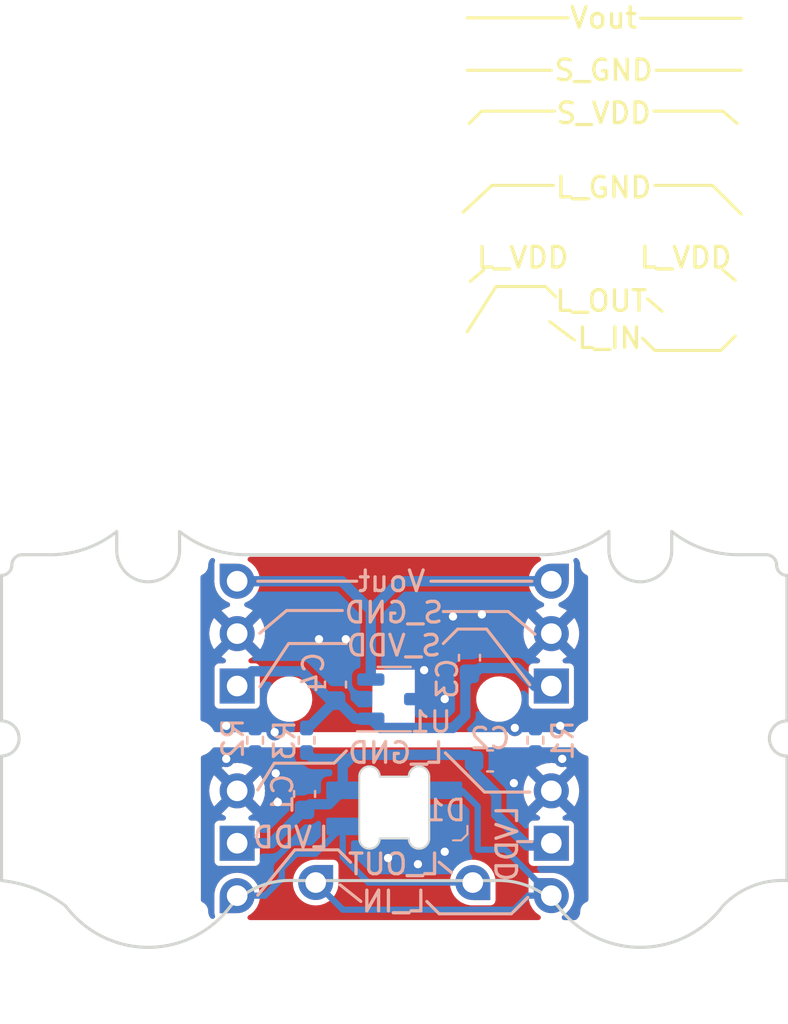
<source format=kicad_pcb>
(kicad_pcb (version 20221018) (generator pcbnew)
  (layers (0 "F.Cu" power) (31 "B.Cu" mixed) (34 "B.Paste" user) (35 "F.Paste" user) (36 "B.SilkS" user "B.Silkscreen") (37 "F.SilkS" user "F.Silkscreen") (38 "B.Mask" user) (39 "F.Mask" user) (44 "Edge.Cuts" user))
  (net 0 "")
  (net 1 "GNDA")
  (net 2 "VDDA")
  (net 3 "GNDD")
  (net 4 "VDD")
  (net 5 "LED_IN")
  (net 6 "LED_OUT")
  (net 7 "Vout")
  (footprint "Button_Switch_Keyboard:SW_Lekker_MX_1.00u_PCB" (layer "F.Cu") (at 99.06 127 180)
    (fp_text reference "SW" hide)
    (fp_text value "SW_Lekker_MX_1.00u_PCB" hide)
    (pad "" np_thru_hole circle (at -5.08 0 180) (size 1.7 1.7) (drill 1.7) (layers "*.Cu" "*.Mask"))
    (pad "" np_thru_hole circle (at 5.08 0 180) (size 1.7 1.7) (drill 1.7) (layers "*.Cu" "*.Mask"))
  )
  (footprint "" (layer "F.Cu") (at 110.998 135.255)
    (fp_text reference "" (at 0 -0.225) (layer "F.SilkS") (effects (font (size 1.27 1.27))))
    (fp_text value "" (at 0 -0.225) (layer "F.SilkS") (effects (font (size 1.27 1.27))))
    (pad "" np_thru_hole circle (at 0 0) (size 3.9878 3.9878) (drill 3.9878) (layers "*.Cu" "*.Mask"))
  )
  (footprint "" (layer "F.Cu") (at 87.122 135.255)
    (fp_text reference "" (at 0 -0.225) (layer "F.SilkS") (effects (font (size 1.27 1.27))))
    (fp_text value "" (at 0 -0.225) (layer "F.SilkS") (effects (font (size 1.27 1.27))))
    (pad "" np_thru_hole circle (at 0 0) (size 3.9878 3.9878) (drill 3.9878) (layers "*.Cu" "*.Mask"))
  )
  (footprint "Resistor_SMD:R_0402_1005Metric_Pad0.72x0.64mm_HandSolder" (layer "B.Cu") (at 92.31 128.995 90)
    (fp_text reference "R2" (at 0.1 -1.07 270) (layer "B.SilkS") (effects (justify mirror)))
    (fp_text value "R")
    (fp_line (start -0.167621 -0.38) (end 0.167621 -0.38) (stroke (width 0.12)) (layer "B.SilkS"))
    (fp_line (start -0.167621 0.38) (end 0.167621 0.38) (stroke (width 0.12)) (layer "B.SilkS"))
    (pad "1" smd roundrect (at -0.5975 0 90) (size 0.715 0.64) (layers "B.Cu" "B.Paste" "B.Mask") (net 3 "GNDD"))
    (pad "2" smd roundrect (at 0.5975 0 90) (size 0.715 0.64) (layers "B.Cu" "B.Paste" "B.Mask") (net 1 "GNDA"))
  )
  (footprint "Connector_PinHeader_2.54mm:PinHeader_1x01_P2.54mm_Vertical" (layer "B.Cu") (at 106.68 121.285 90)
    (fp_text reference "J9" hide)
    (fp_text value "Conn_01x01_Pin")
    (pad "1" thru_hole custom (at 0 0 90) (size 1.7 1.7) (drill 1) (layers "*.Cu" "*.Mask") (net 7 "Vout") (options (clearance outline) (anchor circle)) (primitives (gr_poly (pts (xy 0.85 0) (xy 0 0.85) (xy 0.85 0.85)) (width 0) (fill yes))))
  )
  (footprint "Connector_PinHeader_2.54mm:PinHeader_1x01_P2.54mm_Vertical" (layer "B.Cu") (at 106.68 126.365 180)
    (fp_text reference "J6" hide)
    (fp_text value "Conn_01x01_Pin")
    (pad "1" thru_hole rect (at 0 0 180) (size 1.7 1.7) (drill 1) (layers "*.Cu" "*.Mask") (net 2 "VDDA"))
  )
  (footprint "Connector_PinHeader_2.54mm:PinHeader_1x01_P2.54mm_Vertical" (layer "B.Cu") (at 91.44 133.985 180)
    (fp_text reference "J2" hide)
    (fp_text value "Conn_01x01_Pin")
    (pad "1" thru_hole rect (at 0 0 180) (size 1.7 1.7) (drill 1) (layers "*.Cu" "*.Mask") (net 4 "VDD"))
  )
  (footprint "Resistor_SMD:R_0402_1005Metric_Pad0.72x0.64mm_HandSolder" (layer "B.Cu") (at 105.91 128.995 90)
    (fp_text reference "R1" (at 0 1.33 270) (layer "B.SilkS") (effects (justify mirror)))
    (fp_text value "R")
    (fp_line (start -0.167621 -0.38) (end 0.167621 -0.38) (stroke (width 0.12)) (layer "B.SilkS"))
    (fp_line (start -0.167621 0.38) (end 0.167621 0.38) (stroke (width 0.12)) (layer "B.SilkS"))
    (pad "1" smd roundrect (at -0.5975 0 90) (size 0.715 0.64) (layers "B.Cu" "B.Paste" "B.Mask") (net 3 "GNDD"))
    (pad "2" smd roundrect (at 0.5975 0 90) (size 0.715 0.64) (layers "B.Cu" "B.Paste" "B.Mask") (net 1 "GNDA"))
  )
  (footprint "Resistor_SMD:R_0402_1005Metric_Pad0.72x0.64mm_HandSolder" (layer "B.Cu") (at 94.81 128.995 90)
    (fp_text reference "R3" (at 0 -1.07 90) (layer "B.SilkS") (effects (justify mirror)))
    (fp_text value "R")
    (fp_line (start -0.167621 -0.38) (end 0.167621 -0.38) (stroke (width 0.12)) (layer "B.SilkS"))
    (fp_line (start -0.167621 0.38) (end 0.167621 0.38) (stroke (width 0.12)) (layer "B.SilkS"))
    (pad "1" smd roundrect (at -0.5975 0 90) (size 0.715 0.64) (layers "B.Cu" "B.Paste" "B.Mask") (net 4 "VDD"))
    (pad "2" smd roundrect (at 0.5975 0 90) (size 0.715 0.64) (layers "B.Cu" "B.Paste" "B.Mask") (net 2 "VDDA"))
  )
  (footprint "Connector_PinHeader_2.54mm:PinHeader_1x01_P2.54mm_Vertical" (layer "B.Cu") (at 91.44 131.445 180)
    (fp_text reference "J8" hide)
    (fp_text value "Conn_01x01_Pin")
    (pad "1" thru_hole circle (at 0 0 180) (size 1.7 1.7) (drill 1) (layers "*.Cu" "*.Mask") (net 3 "GNDD"))
  )
  (footprint "Connector_PinHeader_2.54mm:PinHeader_1x01_P2.54mm_Vertical" (layer "B.Cu") (at 91.44 136.525 90)
    (fp_text reference "J12" hide)
    (fp_text value "Conn_01x01_Pin")
    (pad "1" thru_hole custom (at 0 0 90) (size 1.7 1.7) (drill 1) (layers "*.Cu" "*.Mask") (net 6 "LED_OUT") (options (clearance outline) (anchor circle)) (primitives (gr_poly (pts (xy -0.85 0) (xy 0 -0.85) (xy -0.85 -0.85)) (width 0) (fill yes))))
  )
  (footprint "Capacitor_SMD:C_0603_1608Metric" (layer "B.Cu") (at 102.71 124.995 -90)
    (fp_text reference "C3" (at 1.01 1.07 90) (layer "B.SilkS") (effects (justify mirror)))
    (fp_text value "10u")
    (fp_line (start -0.14058 -0.51) (end 0.14058 -0.51) (stroke (width 0.12)) (layer "B.SilkS"))
    (fp_line (start -0.14058 0.51) (end 0.14058 0.51) (stroke (width 0.12)) (layer "B.SilkS"))
    (pad "1" smd roundrect (at -0.775 0 270) (size 0.9 0.95) (layers "B.Cu" "B.Paste" "B.Mask") (net 1 "GNDA"))
    (pad "2" smd roundrect (at 0.775 0 270) (size 0.9 0.95) (layers "B.Cu" "B.Paste" "B.Mask") (net 2 "VDDA"))
  )
  (footprint "Connector_PinHeader_2.54mm:PinHeader_1x01_P2.54mm_Vertical" (layer "B.Cu") (at 91.44 123.825 180)
    (fp_text reference "J3" hide)
    (fp_text value "Conn_01x01_Pin")
    (pad "1" thru_hole circle (at 0 0 180) (size 1.7 1.7) (drill 1) (layers "*.Cu" "*.Mask") (net 1 "GNDA"))
  )
  (footprint "Connector_PinHeader_2.54mm:PinHeader_1x01_P2.54mm_Vertical" (layer "B.Cu") (at 91.44 126.365 180)
    (fp_text reference "J5" hide)
    (fp_text value "Conn_01x01_Pin")
    (pad "1" thru_hole rect (at 0 0 180) (size 1.7 1.7) (drill 1) (layers "*.Cu" "*.Mask") (net 2 "VDDA"))
  )
  (footprint "Connector_PinHeader_2.54mm:PinHeader_1x01_P2.54mm_Vertical" (layer "B.Cu") (at 106.68 133.985 180)
    (fp_text reference "J1" hide)
    (fp_text value "Conn_01x01_Pin")
    (pad "1" thru_hole rect (at 0 0 180) (size 1.7 1.7) (drill 1) (layers "*.Cu" "*.Mask") (net 4 "VDD"))
  )
  (footprint "prettylib:SK6812_mini_e_flipable" (layer "B.Cu") (at 99.06 132.294567)
    (fp_text reference "D1" (at 2.5 0.1) (layer "B.SilkS") (effects (justify mirror)))
    (fp_text value "SK6812MINI-E")
    (fp_line (start 3.25 1.55) (end 2.85 1.55) (stroke (width 0.1)) (layer "B.SilkS"))
    (fp_line (start 3.25 1.55) (end 3.55 1.25) (stroke (width 0.1)) (layer "B.SilkS"))
    (fp_line (start 3.55 1.25) (end 3.55 0.85) (stroke (width 0.1)) (layer "B.SilkS"))
    (fp_line (start -1.7 1.46) (end -1.7 -1.54) (stroke (width 0.1)) (layer "Edge.Cuts"))
    (fp_line (start -0.7 -1.54) (end 0.7 -1.54) (stroke (width 0.1)) (layer "Edge.Cuts"))
    (fp_line (start -0.7 1.46) (end 0.7 1.46) (stroke (width 0.1)) (layer "Edge.Cuts"))
    (fp_line (start 1.7 -1.54) (end 1.7 1.46) (stroke (width 0.1)) (layer "Edge.Cuts"))
    (fp_arc (start -1.7 -1.54) (mid -1.2 -2.04) (end -0.7 -1.54) (stroke (width 0.1)) (layer "Edge.Cuts"))
    (fp_arc (start -0.7 1.46) (mid -1.2 1.96) (end -1.7 1.46) (stroke (width 0.1)) (layer "Edge.Cuts"))
    (fp_arc (start 0.7 -1.54) (mid 1.2 -2.04) (end 1.7 -1.54) (stroke (width 0.1)) (layer "Edge.Cuts"))
    (fp_arc (start 1.7 1.46) (mid 1.2 1.96) (end 0.7 1.46) (stroke (width 0.1)) (layer "Edge.Cuts"))
    (pad "1" smd roundrect (at -2.5 -0.875) (size 1.6 0.85) (layers "B.Cu" "B.Paste" "B.Mask") (roundrect_rratio 0.1176470588) (net 4 "VDD"))
    (pad "2" smd roundrect (at -2.5 0.875 180) (size 1.6 0.85) (layers "B.Cu" "B.Paste" "B.Mask") (roundrect_rratio 0.1176470588) (net 6 "LED_OUT"))
    (pad "3" smd roundrect (at 2.5 0.875 180) (size 1.6 0.85) (layers "B.Cu" "B.Paste" "B.Mask") (roundrect_rratio 0.1176470588) (net 3 "GNDD"))
    (pad "4" smd roundrect (at 2.5 -0.875) (size 1.6 0.85) (layers "B.Cu" "B.Paste" "B.Mask") (roundrect_rratio 0.1176470588) (net 5 "LED_IN"))
  )
  (footprint "Package_TO_SOT_SMD:SOT-23-3" (layer "B.Cu") (at 99.06 127)
    (fp_text reference "U1" (at 1.78 1.105) (layer "B.SilkS") (effects (justify mirror)))
    (fp_text value "SLSS49E")
    (fp_line (start 0 -1.56) (end -0.8 -1.56) (stroke (width 0.12)) (layer "B.SilkS"))
    (fp_line (start 0 -1.56) (end 0.8 -1.56) (stroke (width 0.12)) (layer "B.SilkS"))
    (fp_line (start 0 1.56) (end -1.8 1.56) (stroke (width 0.12)) (layer "B.SilkS"))
    (fp_line (start 0 1.56) (end 0.8 1.56) (stroke (width 0.12)) (layer "B.SilkS"))
    (pad "1" smd roundrect (at -1.1375 0.95) (size 1.325 0.6) (layers "B.Cu" "B.Paste" "B.Mask") (net 2 "VDDA"))
    (pad "2" smd roundrect (at -1.1375 -0.95) (size 1.325 0.6) (layers "B.Cu" "B.Paste" "B.Mask") (net 7 "Vout"))
    (pad "3" smd roundrect (at 1.1375 0) (size 1.325 0.6) (layers "B.Cu" "B.Paste" "B.Mask") (net 1 "GNDA"))
  )
  (footprint "Connector_PinHeader_2.54mm:PinHeader_1x01_P2.54mm_Vertical" (layer "B.Cu") (at 91.44 121.285 180)
    (fp_text reference "J10" hide)
    (fp_text value "Conn_01x01_Pin")
    (pad "1" thru_hole custom (at 0 0 180) (size 1.7 1.7) (drill 1) (layers "*.Cu" "*.Mask") (net 7 "Vout") (options (clearance outline) (anchor circle)) (primitives (gr_poly (pts (xy 0.85 0) (xy 0 0.85) (xy 0.85 0.85)) (width 0) (fill yes))))
  )
  (footprint "Connector_PinHeader_2.54mm:PinHeader_1x01_P2.54mm_Vertical" (layer "B.Cu") (at 106.68 131.445 180)
    (fp_text reference "J7" hide)
    (fp_text value "Conn_01x01_Pin")
    (pad "1" thru_hole circle (at 0 0 180) (size 1.7 1.7) (drill 1) (layers "*.Cu" "*.Mask") (net 3 "GNDD"))
  )
  (footprint "Connector_PinHeader_2.54mm:PinHeader_1x01_P2.54mm_Vertical" (layer "B.Cu") (at 106.68 136.525 180)
    (fp_text reference "J14" hide)
    (fp_text value "Conn_01x01_Pin")
    (pad "1" thru_hole custom (at 0 0 180) (size 1.7 1.7) (drill 1) (layers "*.Cu" "*.Mask") (net 5 "LED_IN") (options (clearance outline) (anchor circle)) (primitives (gr_poly (pts (xy 0.85 0) (xy 0 0.85) (xy 0.85 0.85)) (width 0) (fill yes))))
  )
  (footprint "Connector_PinHeader_2.54mm:PinHeader_1x01_P2.54mm_Vertical" (layer "B.Cu") (at 102.87 135.89)
    (fp_text reference "J11" hide)
    (fp_text value "Conn_01x01_Pin")
    (pad "1" thru_hole custom (at 0 0) (size 1.7 1.7) (drill 1) (layers "*.Cu" "*.Mask") (net 6 "LED_OUT") (options (clearance outline) (anchor circle)) (primitives (gr_poly (pts (xy 0.85 0) (xy 0 0.85) (xy 0.85 0.85)) (width 0) (fill yes))))
  )
  (footprint "Capacitor_SMD:C_0603_1608Metric" (layer "B.Cu") (at 103.71 129.995 180)
    (fp_text reference "C2" (at 0 1.09) (layer "B.SilkS") (effects (justify mirror)))
    (fp_text value "10u")
    (fp_line (start -0.14058 -0.51) (end 0.14058 -0.51) (stroke (width 0.12)) (layer "B.SilkS"))
    (fp_line (start -0.14058 0.51) (end 0.14058 0.51) (stroke (width 0.12)) (layer "B.SilkS"))
    (pad "1" smd roundrect (at -0.775 0 180) (size 0.9 0.95) (layers "B.Cu" "B.Paste" "B.Mask") (net 3 "GNDD"))
    (pad "2" smd roundrect (at 0.775 0 180) (size 0.9 0.95) (layers "B.Cu" "B.Paste" "B.Mask") (net 4 "VDD"))
  )
  (footprint "Capacitor_SMD:C_0603_1608Metric" (layer "B.Cu") (at 96.21 126.295 -90)
    (fp_text reference "C4" (at -0.59 1.07 90) (layer "B.SilkS") (effects (justify mirror)))
    (fp_text value "100n")
    (fp_line (start -0.14058 -0.51) (end 0.14058 -0.51) (stroke (width 0.12)) (layer "B.SilkS"))
    (fp_line (start -0.14058 0.51) (end 0.14058 0.51) (stroke (width 0.12)) (layer "B.SilkS"))
    (pad "1" smd roundrect (at -0.775 0 270) (size 0.9 0.95) (layers "B.Cu" "B.Paste" "B.Mask") (net 1 "GNDA"))
    (pad "2" smd roundrect (at 0.775 0 270) (size 0.9 0.95) (layers "B.Cu" "B.Paste" "B.Mask") (net 2 "VDDA"))
  )
  (footprint "Capacitor_SMD:C_0603_1608Metric" (layer "B.Cu") (at 94.71 131.595 -90)
    (fp_text reference "C1" (at 0.01 1.07 90) (layer "B.SilkS") (effects (justify mirror)))
    (fp_text value "100n")
    (fp_line (start -0.14058 -0.51) (end 0.14058 -0.51) (stroke (width 0.12)) (layer "B.SilkS"))
    (fp_line (start -0.14058 0.51) (end 0.14058 0.51) (stroke (width 0.12)) (layer "B.SilkS"))
    (pad "1" smd roundrect (at -0.775 0 270) (size 0.9 0.95) (layers "B.Cu" "B.Paste" "B.Mask") (net 3 "GNDD"))
    (pad "2" smd roundrect (at 0.775 0 270) (size 0.9 0.95) (layers "B.Cu" "B.Paste" "B.Mask") (net 4 "VDD"))
  )
  (footprint "Connector_PinHeader_2.54mm:PinHeader_1x01_P2.54mm_Vertical" (layer "B.Cu") (at 95.25 135.89 180)
    (fp_text reference "J13" hide)
    (fp_text value "Conn_01x01_Pin")
    (pad "1" thru_hole custom (at 0 0 90) (size 1.7 1.7) (drill 1) (layers "*.Cu" "*.Mask") (net 5 "LED_IN") (options (clearance outline) (anchor circle)) (primitives (gr_poly (pts (xy 0.85 0) (xy 0 0.85) (xy 0.85 0.85)) (width 0) (fill yes))))
  )
  (footprint "Connector_PinHeader_2.54mm:PinHeader_1x01_P2.54mm_Vertical" (layer "B.Cu") (at 106.68 123.825 180)
    (fp_text reference "J4" hide)
    (fp_text value "Conn_01x01_Pin")
    (pad "1" thru_hole circle (at 0 0 180) (size 1.7 1.7) (drill 1) (layers "*.Cu" "*.Mask") (net 1 "GNDA"))
  )
  (gr_line (start 92.44 121.285) (end 97.24 121.285) (stroke (width 0.15)) (layer "B.SilkS"))
  (gr_line (start 97.44 136.805) (end 96.44 136.005) (stroke (width 0.15)) (layer "B.SilkS"))
  (gr_line (start 105.04 133.905) (end 105.74 133.905) (stroke (width 0.15)) (layer "B.SilkS"))
  (gr_line (start 96.74 124.305) (end 93.94 124.305) (stroke (width 0.15)) (layer "B.SilkS"))
  (gr_line (start 96.74 129.505) (end 96.14 130.105) (stroke (width 0.15)) (layer "B.SilkS"))
  (gr_line (start 93.94 124.305) (end 92.54 126.405) (stroke (width 0.15)) (layer "B.SilkS"))
  (gr_line (start 94.24 134.305) (end 92.44 136.505) (stroke (width 0.15)) (layer "B.SilkS"))
  (gr_line (start 96.14 130.105) (end 93.24 130.105) (stroke (width 0.15)) (layer "B.SilkS"))
  (gr_line (start 101.44 122.755) (end 104.59 122.755) (stroke (width 0.15)) (layer "B.SilkS"))
  (gr_line (start 101.24 137.405) (end 104.74 137.405) (stroke (width 0.15)) (layer "B.SilkS"))
  (gr_line (start 100.64 136.805) (end 101.24 137.405) (stroke (width 0.15)) (layer "B.SilkS"))
  (gr_line (start 96.34 134.305) (end 94.24 134.305) (stroke (width 0.15)) (layer "B.SilkS"))
  (gr_line (start 103.44 131.505) (end 105.64 131.505) (stroke (width 0.15)) (layer "B.SilkS"))
  (gr_line (start 93.84 122.705) (end 92.54 123.805) (stroke (width 0.15)) (layer "B.SilkS"))
  (gr_line (start 104.74 137.405) (end 105.54 136.605) (stroke (width 0.15)) (layer "B.SilkS"))
  (gr_line (start 96.94 134.905) (end 96.34 134.305) (stroke (width 0.15)) (layer "B.SilkS"))
  (gr_line (start 96.54 122.705) (end 93.84 122.705) (stroke (width 0.15)) (layer "B.SilkS"))
  (gr_line (start 101.44 124.305) (end 102.14 123.605) (stroke (width 0.15)) (layer "B.SilkS"))
  (gr_line (start 101.54 129.605) (end 103.44 131.505) (stroke (width 0.15)) (layer "B.SilkS"))
  (gr_line (start 101.24 134.905) (end 101.84 135.405) (stroke (width 0.15)) (layer "B.SilkS"))
  (gr_line (start 103.54 123.605) (end 105.64 126.305) (stroke (width 0.15)) (layer "B.SilkS"))
  (gr_line (start 104.59 122.755) (end 105.89 123.855) (stroke (width 0.15)) (layer "B.SilkS"))
  (gr_line (start 102.14 123.605) (end 103.54 123.605) (stroke (width 0.15)) (layer "B.SilkS"))
  (gr_line (start 93.24 130.105) (end 92.44 131.405) (stroke (width 0.15)) (layer "B.SilkS"))
  (gr_line (start 105.74 121.285) (end 100.84 121.285) (stroke (width 0.15)) (layer "B.SilkS"))
  (gr_line (start 115 98.5) (end 111.66 98.5) (stroke (width 0.15)) (layer "F.SilkS"))
  (gr_line (start 114.5 102.1) (end 111.7 102.1) (stroke (width 0.15)) (layer "F.SilkS"))
  (gr_line (start 106.84 98.5) (end 103.3 98.5) (stroke (width 0.15)) (layer "F.SilkS"))
  (gr_line (start 106.8 102.1) (end 103.8 102.1) (stroke (width 0.15)) (layer "F.SilkS"))
  (gr_line (start 111.7 110.1) (end 114.9 110.1) (stroke (width 0.15)) (layer "F.SilkS"))
  (gr_line (start 114.9 110.1) (end 115.6 109.4) (stroke (width 0.15)) (layer "F.SilkS"))
  (gr_line (start 107.8 109.6) (end 106.6 108.7) (stroke (width 0.15)) (layer "F.SilkS"))
  (gr_line (start 111.35 107.6) (end 112.05 108.2) (stroke (width 0.15)) (layer "F.SilkS"))
  (gr_line (start 103.3 98.5) (end 102.7 99.1) (stroke (width 0.15)) (layer "F.SilkS"))
  (gr_line (start 104 107) (end 102.6 109.2) (stroke (width 0.15)) (layer "F.SilkS"))
  (gr_line (start 111.1 109.5) (end 111.7 110.1) (stroke (width 0.15)) (layer "F.SilkS"))
  (gr_line (start 106.68 96.52) (end 102.6 96.52) (stroke (width 0.15)) (layer "F.SilkS"))
  (gr_line (start 107.5 93.98) (end 102.6 93.98) (stroke (width 0.15)) (layer "F.SilkS"))
  (gr_line (start 115 106.2) (end 115.6 106.7) (stroke (width 0.15)) (layer "F.SilkS"))
  (gr_line (start 114.5 102.1) (end 115.9 103.5) (stroke (width 0.15)) (layer "F.SilkS"))
  (gr_line (start 106.4 107) (end 104 107) (stroke (width 0.15)) (layer "F.SilkS"))
  (gr_line (start 106.9 107.5) (end 106.4 107) (stroke (width 0.15)) (layer "F.SilkS"))
  (gr_line (start 111 94) (end 115.9 94) (stroke (width 0.15)) (layer "F.SilkS"))
  (gr_line (start 115 98.5) (end 115.7 99.1) (stroke (width 0.15)) (layer "F.SilkS"))
  (gr_line (start 103.8 102.1) (end 102.4 103.4) (stroke (width 0.15)) (layer "F.SilkS"))
  (gr_line (start 103.4 106.2) (end 102.75 106.75) (stroke (width 0.15)) (layer "F.SilkS"))
  (gr_line (start 111.76 96.52) (end 115.9 96.52) (stroke (width 0.15)) (layer "F.SilkS"))
  (gr_arc (start 118.11 121.001607) (mid 117.756445 120.855162) (end 117.61 120.501607) (stroke (width 0.15)) (layer "Edge.Cuts"))
  (gr_arc (start 80.01 128.055555) (mid 80.860045 128.905555) (end 80.01 129.755555) (stroke (width 0.15)) (layer "Edge.Cuts"))
  (gr_arc (start 80.51 120.500555) (mid 80.363575 120.85413) (end 80.01 121.000555) (stroke (width 0.15)) (layer "Edge.Cuts"))
  (gr_arc (start 114.998 137.03) (mid 116.417092 136.067507) (end 118.11 135.794967) (stroke (width 0.15)) (layer "Edge.Cuts"))
  (gr_arc (start 115.8845 120) (mid 114.103883 119.734068) (end 112.521997 118.874445) (stroke (width 0.15)) (layer "Edge.Cuts"))
  (gr_line (start 118.11 121.001607) (end 118.11 128.056607) (stroke (width 0.15)) (layer "Edge.Cuts"))
  (gr_arc (start 88.646 119.789445) (mid 87.122 121.313445) (end 85.598 119.789445) (stroke (width 0.15)) (layer "Edge.Cuts"))
  (gr_arc (start 80.01 135.794967) (mid 81.652506 136.194509) (end 83.122 137.03) (stroke (width 0.15)) (layer "Edge.Cuts"))
  (gr_line (start 80.01 121.000555) (end 80.01 128.055555) (stroke (width 0.15)) (layer "Edge.Cuts"))
  (gr_arc (start 112.522 119.789445) (mid 110.998 121.313445) (end 109.474 119.789445) (stroke (width 0.15)) (layer "Edge.Cuts"))
  (gr_line (start 80.01 135.794967) (end 80.01 129.755555) (stroke (width 0.15)) (layer "Edge.Cuts"))
  (gr_arc (start 103.873247 135.794967) (mid 105.57253 136.066096) (end 106.998 137.03) (stroke (width 0.15)) (layer "Edge.Cuts"))
  (gr_arc (start 118.11 129.756607) (mid 117.259993 128.906607) (end 118.11 128.056607) (stroke (width 0.15)) (layer "Edge.Cuts"))
  (gr_line (start 81.01 119.999445) (end 82.236 119.999445) (stroke (width 0.15)) (layer "Edge.Cuts"))
  (gr_line (start 109.474 118.874445) (end 109.474 119.789445) (stroke (width 0.15)) (layer "Edge.Cuts"))
  (gr_line (start 94.234 135.794967) (end 103.873247 135.794967) (stroke (width 0.15)) (layer "Edge.Cuts"))
  (gr_line (start 85.597997 118.874445) (end 85.598 119.789445) (stroke (width 0.15)) (layer "Edge.Cuts"))
  (gr_line (start 118.11 135.794967) (end 118.11 129.756607) (stroke (width 0.15)) (layer "Edge.Cuts"))
  (gr_arc (start 92.0085 120) (mid 90.227885 119.734063) (end 88.645997 118.874445) (stroke (width 0.15)) (layer "Edge.Cuts"))
  (gr_arc (start 117.11 120.001607) (mid 117.463552 120.148055) (end 117.61 120.501607) (stroke (width 0.15)) (layer "Edge.Cuts"))
  (gr_arc (start 80.51 120.500555) (mid 80.656469 120.147024) (end 81.01 120.000555) (stroke (width 0.15)) (layer "Edge.Cuts"))
  (gr_line (start 115.8845 120) (end 117.11 120) (stroke (width 0.15)) (layer "Edge.Cuts"))
  (gr_arc (start 85.598 118.874445) (mid 84.01637 119.734038) (end 82.236 120) (stroke (width 0.15)) (layer "Edge.Cuts"))
  (gr_line (start 88.645997 118.874445) (end 88.646 119.789445) (stroke (width 0.15)) (layer "Edge.Cuts"))
  (gr_line (start 92.0085 120) (end 106.112008 120) (stroke (width 0.15)) (layer "Edge.Cuts"))
  (gr_line (start 112.521997 118.874445) (end 112.522 119.789445) (stroke (width 0.15)) (layer "Edge.Cuts"))
  (gr_arc (start 109.474 118.874445) (mid 107.892322 119.733811) (end 106.112008 119.999708) (stroke (width 0.15)) (layer "Edge.Cuts"))
  (gr_arc (start 91.122 137.03) (mid 87.122 139.03) (end 83.122 137.03) (stroke (width 0.15)) (layer "Edge.Cuts"))
  (gr_arc (start 114.998 137.03) (mid 110.998 139.03) (end 106.998 137.03) (stroke (width 0.15)) (layer "Edge.Cuts"))
  (gr_arc (start 91.122 137.03) (mid 92.541092 136.067507) (end 94.234 135.794967) (stroke (width 0.15)) (layer "Edge.Cuts"))
  (gr_text "S_GND\n" (at 99.04 122.805) (layer "B.SilkS") (effects (font (size 1 1) (thickness 0.16)) (justify mirror)))
  (gr_text "Vout" (at 98.94 121.285) (layer "B.SilkS") (effects (font (size 1 1) (thickness 0.16)) (justify mirror)))
  (gr_text "L_OUT" (at 99.04 135.005) (layer "B.SilkS") (effects (font (size 1 1) (thickness 0.16)) (justify mirror)))
  (gr_text "L_IN" (at 99.04 136.805) (layer "B.SilkS") (effects (font (size 1 1) (thickness 0.16)) (justify mirror)))
  (gr_text "LVDD" (at 104.54 134.005 90) (layer "B.SilkS") (effects (font (size 1 1) (thickness 0.16)) (justify mirror)))
  (gr_text "S_VDD\n" (at 99.04 124.405) (layer "B.SilkS") (effects (font (size 1 1) (thickness 0.16)) (justify mirror)))
  (gr_text "L_GND" (at 99.14 129.605) (layer "B.SilkS") (effects (font (size 1 1) (thickness 0.16)) (justify mirror)))
  (gr_text "LVDD" (at 94.04 133.705) (layer "B.SilkS") (effects (font (size 1 1) (thickness 0.16)) (justify mirror)))
  (gr_text "S_GND\n" (at 109.22 96.52) (layer "F.SilkS") (effects (font (size 1 1) (thickness 0.16))))
  (gr_text "L_OUT" (at 109.1 107.7) (layer "F.SilkS") (effects (font (size 1 1) (thickness 0.16))))
  (gr_text "L_VDD" (at 105.3 105.6) (layer "F.SilkS") (effects (font (size 1 1) (thickness 0.16))))
  (gr_text "L_VDD" (at 113.2 105.6) (layer "F.SilkS") (effects (font (size 1 1) (thickness 0.16))))
  (gr_text "L_GND" (at 109.22 102.2) (layer "F.SilkS") (effects (font (size 1 1) (thickness 0.16))))
  (gr_text "L_IN" (at 109.5 109.5) (layer "F.SilkS") (effects (font (size 1 1) (thickness 0.16))))
  (gr_text "Vout" (at 109.22 93.98) (layer "F.SilkS") (effects (font (size 1 1) (thickness 0.16))))
  (gr_text "S_VDD\n" (at 109.22 98.6) (layer "F.SilkS") (effects (font (size 1 1) (thickness 0.16))))
  (via (at 101.51 126.995) (size 0.8) (drill 0.4) (layers "F.Cu" "B.Cu") (net 1))
  (via (at 107.11 128.295) (size 0.8) (drill 0.4) (layers "F.Cu" "B.Cu") (net 1))
  (via (at 90.91 128.295) (size 0.8) (drill 0.4) (layers "F.Cu" "B.Cu") (net 1))
  (via (at 104.91 128.395) (size 0.8) (drill 0.4) (layers "F.Cu" "B.Cu") (net 1))
  (via (at 103.31 122.895) (size 0.8) (drill 0.4) (layers "F.Cu" "B.Cu") (net 1))
  (via (at 93.26 128.6) (size 0.8) (drill 0.4) (layers "F.Cu" "B.Cu") (net 1))
  (via (at 95.41 124.095) (size 0.8) (drill 0.4) (layers "F.Cu" "B.Cu") (net 1))
  (via (at 100.51 125.595) (size 0.8) (drill 0.4) (layers "F.Cu" "B.Cu") (net 1))
  (via (at 96.71 124.095) (size 0.8) (drill 0.4) (layers "F.Cu" "B.Cu") (net 1))
  (via (at 101.91 122.995) (size 0.8) (drill 0.4) (layers "F.Cu" "B.Cu") (net 1))
  (segment (start 94.81 128.3975) (end 94.8825 128.3975) (width 0.5) (layer "B.Cu") (net 2))
  (segment (start 96.285 127.07) (end 97.165 127.95) (width 0.5) (layer "B.Cu") (net 2))
  (segment (start 101.91 128.395) (end 102.51 127.795) (width 0.5) (layer "B.Cu") (net 2))
  (segment (start 102.51 126.195) (end 103.21 125.495) (width 0.5) (layer "B.Cu") (net 2))
  (segment (start 102.51 127.795) (end 102.51 126.195) (width 0.5) (layer "B.Cu") (net 2))
  (segment (start 105.88 126.365) (end 106.68 126.365) (width 0.5) (layer "B.Cu") (net 2))
  (segment (start 96.21 127.07) (end 96.285 127.07) (width 0.5) (layer "B.Cu") (net 2))
  (segment (start 97.9225 127.95) (end 98.3675 128.395) (width 0.5) (layer "B.Cu") (net 2))
  (segment (start 105.01 125.495) (end 105.88 126.365) (width 0.5) (layer "B.Cu") (net 2))
  (segment (start 94.565 125.65) (end 95.985 127.07) (width 0.5) (layer "B.Cu") (net 2))
  (segment (start 97.165 127.95) (end 97.9225 127.95) (width 0.5) (layer "B.Cu") (net 2))
  (segment (start 94.8825 128.3975) (end 96.21 127.07) (width 0.5) (layer "B.Cu") (net 2))
  (segment (start 91.44 126.365) (end 92.155 125.65) (width 0.5) (layer "B.Cu") (net 2))
  (segment (start 103.21 125.495) (end 105.01 125.495) (width 0.5) (layer "B.Cu") (net 2))
  (segment (start 92.155 125.65) (end 94.565 125.65) (width 0.5) (layer "B.Cu") (net 2))
  (segment (start 98.3675 128.395) (end 101.91 128.395) (width 0.5) (layer "B.Cu") (net 2))
  (segment (start 95.985 127.07) (end 96.21 127.07) (width 0.5) (layer "B.Cu") (net 2))
  (via (at 100.21 135) (size 0.8) (drill 0.4) (layers "F.Cu" "B.Cu") (net 3))
  (via (at 90.91 129.895) (size 0.8) (drill 0.4) (layers "F.Cu" "B.Cu") (net 3))
  (via (at 107.21 129.895) (size 0.8) (drill 0.4) (layers "F.Cu" "B.Cu") (net 3))
  (via (at 104.863228 131.071043) (size 0.8) (drill 0.4) (layers "F.Cu" "B.Cu") (net 3))
  (via (at 98.76 134.7) (size 0.8) (drill 0.4) (layers "F.Cu" "B.Cu") (net 3))
  (via (at 101.51 134.395) (size 0.8) (drill 0.4) (layers "F.Cu" "B.Cu") (net 3))
  (via (at 93.31 130.595) (size 0.8) (drill 0.4) (layers "F.Cu" "B.Cu") (net 3))
  (via (at 93.41 131.995) (size 0.8) (drill 0.4) (layers "F.Cu" "B.Cu") (net 3))
  (segment (start 102.935 130.52) (end 102.935 129.995) (width 0.5) (layer "B.Cu") (net 4))
  (segment (start 94.81 129.5925) (end 95.1125 129.895) (width 0.5) (layer "B.Cu") (net 4))
  (segment (start 106.68 133.985) (end 106.57 134.095) (width 0.5) (layer "B.Cu") (net 4))
  (segment (start 96.56 131.419567) (end 96.56 130.245) (width 0.5) (layer "B.Cu") (net 4))
  (segment (start 93.095 133.985) (end 94.71 132.37) (width 0.5) (layer "B.Cu") (net 4))
  (segment (start 95.884567 132.095) (end 96.56 131.419567) (width 0.5) (layer "B.Cu") (net 4))
  (segment (start 105.51 134.095) (end 104.01 132.595) (width 0.5) (layer "B.Cu") (net 4))
  (segment (start 104.01 132.595) (end 104.01 131.595) (width 0.5) (layer "B.Cu") (net 4))
  (segment (start 96.91 129.895) (end 97.105 129.7) (width 0.5) (layer "B.Cu") (net 4))
  (segment (start 94.985 132.095) (end 95.884567 132.095) (width 0.5) (layer "B.Cu") (net 4))
  (segment (start 96.56 130.245) (end 96.91 129.895) (width 0.5) (layer "B.Cu") (net 4))
  (segment (start 95.1125 129.895) (end 96.91 129.895) (width 0.5) (layer "B.Cu") (net 4))
  (segment (start 97.105 129.7) (end 102.64 129.7) (width 0.5) (layer "B.Cu") (net 4))
  (segment (start 102.64 129.7) (end 102.935 129.995) (width 0.5) (layer "B.Cu") (net 4))
  (segment (start 106.57 134.095) (end 105.51 134.095) (width 0.5) (layer "B.Cu") (net 4))
  (segment (start 91.44 133.985) (end 93.095 133.985) (width 0.5) (layer "B.Cu") (net 4))
  (segment (start 94.71 132.37) (end 94.985 132.095) (width 0.5) (layer "B.Cu") (net 4))
  (segment (start 104.01 131.595) (end 102.935 130.52) (width 0.5) (layer "B.Cu") (net 4))
  (segment (start 96.565 137.205) (end 95.25 135.89) (width 0.3) (layer "B.Cu") (net 5))
  (segment (start 103.11 132.195) (end 102.375 131.46) (width 0.3) (layer "B.Cu") (net 5))
  (segment (start 106.68 136.525) (end 104.45 134.295) (width 0.3) (layer "B.Cu") (net 5))
  (segment (start 103.11 134.295) (end 103.11 132.195) (width 0.3) (layer "B.Cu") (net 5))
  (segment (start 104.45 134.295) (end 103.11 134.295) (width 0.3) (layer "B.Cu") (net 5))
  (segment (start 102.375 131.46) (end 101.600433 131.46) (width 0.3) (layer "B.Cu") (net 5))
  (segment (start 104.875 137.205) (end 96.565 137.205) (width 0.3) (layer "B.Cu") (net 5))
  (segment (start 101.600433 131.46) (end 101.56 131.419567) (width 0.3) (layer "B.Cu") (net 5))
  (segment (start 106.68 136.525) (end 105.555 136.525) (width 0.3) (layer "B.Cu") (net 5))
  (segment (start 105.555 136.525) (end 104.875 137.205) (width 0.3) (layer "B.Cu") (net 5))
  (segment (start 101.574567 131.419567) (end 101.56 131.419567) (width 0.3) (layer "B.Cu") (net 5))
  (segment (start 93.61 135.195) (end 94.31 134.495) (width 0.3) (layer "B.Cu") (net 6))
  (segment (start 91.44 136.525) (end 92.78 136.525) (width 0.3) (layer "B.Cu") (net 6))
  (segment (start 97.17 135.255) (end 97.155 135.255) (width 0.3) (layer "B.Cu") (net 6))
  (segment (start 102.87 135.89) (end 97.805 135.89) (width 0.3) (layer "B.Cu") (net 6))
  (segment (start 95.234567 134.495) (end 96.56 133.169567) (width 0.3) (layer "B.Cu") (net 6))
  (segment (start 92.78 136.525) (end 93.61 135.695) (width 0.3) (layer "B.Cu") (net 6))
  (segment (start 97.805 135.89) (end 97.17 135.255) (width 0.3) (layer "B.Cu") (net 6))
  (segment (start 96.56 134.66) (end 96.56 133.169567) (width 0.3) (layer "B.Cu") (net 6))
  (segment (start 94.31 134.495) (end 95.234567 134.495) (width 0.3) (layer "B.Cu") (net 6))
  (segment (start 97.155 135.255) (end 96.56 134.66) (width 0.3) (layer "B.Cu") (net 6))
  (segment (start 93.61 135.695) (end 93.61 135.195) (width 0.3) (layer "B.Cu") (net 6))
  (segment (start 97.9225 122.6875) (end 96.52 121.285) (width 0.5) (layer "B.Cu") (net 7))
  (segment (start 96.52 121.285) (end 91.44 121.285) (width 0.5) (layer "B.Cu") (net 7))
  (segment (start 97.9225 122.6875) (end 99.325 121.285) (width 0.5) (layer "B.Cu") (net 7))
  (segment (start 99.325 121.285) (end 106.68 121.285) (width 0.5) (layer "B.Cu") (net 7))
  (segment (start 97.9225 126.05) (end 97.9225 122.6875) (width 0.5) (layer "B.Cu") (net 7))
  (zone (net 0) (net_name "") (layers "F&B.Cu") (connect_pads (clearance 0)) (min_thickness 0.25)
    (keepout (tracks allowed) (vias not_allowed) (pads allowed) (copperpour not_allowed) (footprints allowed))
    (fill (thermal_gap 0.5) (thermal_bridge_width 0.5))
    (polygon (pts (xy 98.01 125.569567) (xy 97.985 128.219567) (xy 100.06 128.194567) (xy 100.06 125.569567)))
  )
  (zone (net 3) (net_name "GNDD") (layers "F&B.Cu") (priority 2) (connect_pads thru_hole_only (clearance 0.25)) (min_thickness 0.25) (fill yes (thermal_gap 0.5) (thermal_bridge_width 0.5))
    (polygon (pts (xy 89.68 129.339567) (xy 89.68 137.709567) (xy 108.48 137.709567) (xy 108.48 129.339567)))
  )
  (zone (net 1) (net_name "GNDA") (layers "F&B.Cu") (connect_pads thru_hole_only (clearance 0.25)) (min_thickness 0.25) (fill yes (thermal_gap 0.5) (thermal_bridge_width 0.5))
    (polygon (pts (xy 89.66 120.099567) (xy 108.46 120.099567) (xy 108.46 128.599567) (xy 89.66 128.599567)))
  )
)
</source>
